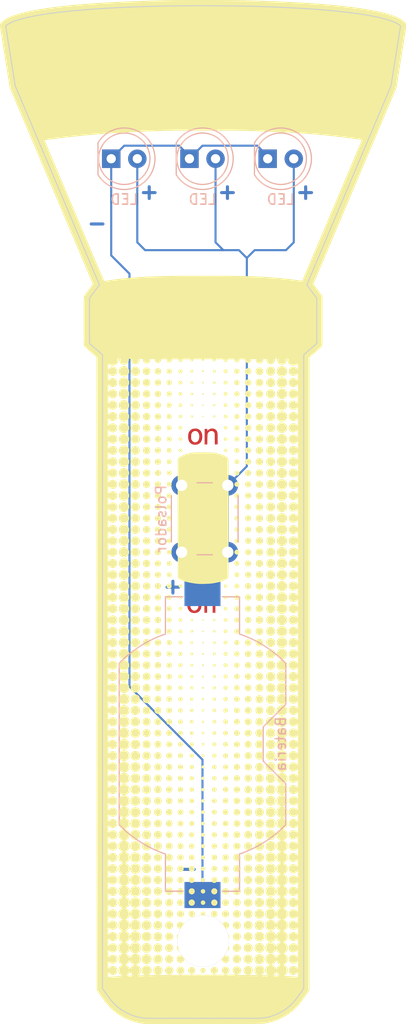
<source format=kicad_pcb>
(kicad_pcb (version 20221018) (generator pcbnew)
  (layers (0 "F.Cu" signal) (31 "B.Cu" signal) (34 "B.Paste" user) (35 "F.Paste" user) (36 "B.SilkS" user "B.Silkscreen") (37 "F.SilkS" user "F.Silkscreen") (38 "B.Mask" user) (39 "F.Mask" user) (44 "Edge.Cuts" user))
  (net 0 "")
  (footprint "Wire_Pads:SolderWirePad_single_0-8mmDrill" (layer "F.Cu") (at -4.257252 41.763008)
    (fp_text reference "" (at 0 0) (layer "F.SilkS") (effects (font (size 1.27 1.27))))
    (fp_text value "" (at 0 0) (layer "F.SilkS") (effects (font (size 1.27 1.27))))
    (pad "1" thru_hole circle (at 0 0) (size 5 5) (drill 5) (layers "*.Cu" "*.Mask"))
  )
  (footprint "LOGO" (layer "F.Cu") (at 0.000524 0)
    (fp_text reference "G***" hide)
    (fp_text value "LOGO" hide)
  )
  (footprint "LOGO" (layer "F.Cu") (at 0 0)
    (fp_text reference "G***" hide)
    (fp_text value "LOGO" hide)
    (fp_poly (pts (xy -3.284927 -8.056608) (xy -3.148445 -8.018986) (xy -3.033762 -7.947529) (xy -2.944406 -7.844232) (xy -2.897933 -7.75178) (xy -2.883589 -7.712327) (xy -2.872468 -7.673219) (xy -2.864134 -7.628506) (xy -2.858154 -7.572241) (xy -2.854094 -7.498476) (xy -2.851522 -7.401264) (xy -2.850003 -7.274656) (xy -2.849104 -7.112705) (xy -2.848978 -7.08025) (xy -2.846916 -6.529916) (xy -2.9779 -6.523649) (xy -3.108884 -6.517381) (xy -3.115483 -7.063399) (xy -3.117725 -7.231177) (xy -3.120198 -7.362126) (xy -3.123342 -7.461746) (xy -3.127599 -7.535541) (xy -3.133409 -7.589012) (xy -3.141213 -7.627662) (xy -3.15145 -7.656994) (xy -3.164563 -7.68251) (xy -3.165137 -7.6835) (xy -3.234001 -7.762532) (xy -3.326833 -7.812256) (xy -3.434967 -7.830331) (xy -3.549738 -7.814414) (xy -3.592947 -7.799109) (xy -3.679962 -7.753047) (xy -3.743918 -7.692059) (xy -3.79596 -7.609416) (xy -3.810317 -7.579623) (xy -3.82142 -7.547165) (xy -3.829801 -7.506118) (xy -3.835989 -7.450554) (xy -3.840515 -7.374546) (xy -3.843912 -7.272169) (xy -3.846708 -7.137494) (xy -3.848575 -7.022041) (xy -3.856236 -6.519333) (xy -4.106333 -6.519333) (xy -4.106333 -8.022166) (xy -3.852333 -8.022166) (xy -3.852333 -7.823075) (xy -3.772958 -7.899122) (xy -3.664924 -7.985237) (xy -3.552104 -8.036689) (xy -3.439679 -8.058397) (xy -3.284927 -8.056608)) (stroke (width 0.01)) (fill solid) (layer "F.Cu"))
    (fp_poly (pts (xy -3.407833 7.979834) (xy -3.561291 7.980123) (xy -3.644777 7.982028) (xy -3.717083 7.986751) (xy -3.762767 7.993276) (xy -3.763223 7.993396) (xy -3.816082 8.028454) (xy -3.85339 8.097138) (xy -3.871991 8.192596) (xy -3.8735 8.232782) (xy -3.8735 8.339667) (xy -3.323166 8.339667) (xy -3.323048 8.228542) (xy -3.310239 8.083378) (xy -3.270932 7.966714) (xy -3.217445 7.887945) (xy -3.163895 7.838803) (xy -3.097437 7.803029) (xy -3.010055 7.778045) (xy -2.89373 7.761277) (xy -2.799291 7.753595) (xy -2.6035 7.74078) (xy -2.6035 7.979834) (xy -2.761254 7.979834) (xy -2.846703 7.983091) (xy -2.921948 7.991652) (xy -2.971335 8.003702) (xy -2.972856 8.004368) (xy -3.020939 8.048492) (xy -3.053601 8.126457) (xy -3.068417 8.231816) (xy -3.069048 8.260292) (xy -3.069166 8.339667) (xy -2.667 8.339667) (xy -2.667 8.551334) (xy -3.069166 8.551334) (xy -3.069166 9.8425) (xy -3.323166 9.8425) (xy -3.323166 8.551334) (xy -3.8735 8.551334) (xy -3.8735 9.8425) (xy -4.1275 9.8425) (xy -4.1275 8.551334) (xy -4.360333 8.551334) (xy -4.360333 8.339667) (xy -4.1275 8.339667) (xy -4.127382 8.217959) (xy -4.119072 8.088158) (xy -4.092368 7.988393) (xy -4.044181 7.90923) (xy -4.016582 7.879651) (xy -3.961606 7.832871) (xy -3.903597 7.799928) (xy -3.832697 7.77772) (xy -3.739048 7.763143) (xy -3.615086 7.753232) (xy -3.407833 7.740605) (xy -3.407833 7.979834)) (stroke (width 0.01)) (fill solid) (layer "F.Cu"))
    (fp_poly (pts (xy -4.928 -8.052077) (xy -4.855996 -8.04494) (xy -4.795896 -8.029442) (xy -4.732524 -8.002696) (xy -4.71542 -7.994418) (xy -4.58076 -7.906149) (xy -4.476137 -7.788274) (xy -4.401465 -7.640643) (xy -4.356659 -7.463108) (xy -4.344745 -7.35314) (xy -4.347248 -7.155325) (xy -4.380361 -6.974369) (xy -4.442632 -6.816591) (xy -4.483702 -6.749147) (xy -4.583506 -6.641799) (xy -4.711062 -6.560573) (xy -4.858822 -6.508222) (xy -5.019237 -6.487502) (xy -5.17035 -6.498545) (xy -5.330011 -6.544812) (xy -5.462884 -6.623288) (xy -5.568222 -6.732807) (xy -5.645281 -6.872203) (xy -5.693317 -7.040313) (xy -5.711585 -7.235969) (xy -5.710875 -7.27075) (xy -5.42925 -7.27075) (xy -5.428103 -7.162296) (xy -5.423595 -7.085294) (xy -5.414119 -7.028901) (xy -5.398071 -6.982271) (xy -5.381607 -6.948766) (xy -5.301384 -6.833229) (xy -5.205898 -6.755338) (xy -5.098137 -6.716267) (xy -4.981089 -6.717189) (xy -4.876459 -6.750327) (xy -4.779098 -6.815242) (xy -4.704705 -6.912317) (xy -4.651354 -7.044212) (xy -4.644091 -7.070863) (xy -4.618603 -7.232064) (xy -4.623501 -7.38859) (xy -4.657066 -7.532597) (xy -4.717578 -7.656238) (xy -4.791108 -7.741402) (xy -4.865031 -7.79646) (xy -4.937916 -7.82458) (xy -5.026062 -7.830581) (xy -5.080255 -7.826859) (xy -5.196793 -7.795887) (xy -5.293731 -7.727558) (xy -5.370358 -7.6224) (xy -5.379458 -7.6047) (xy -5.402246 -7.552903) (xy -5.416911 -7.501256) (xy -5.425155 -7.438349) (xy -5.42868 -7.35277) (xy -5.42925 -7.27075) (xy -5.710875 -7.27075) (xy -5.709418 -7.342037) (xy -5.693719 -7.501412) (xy -5.663456 -7.630145) (xy -5.61504 -7.738477) (xy -5.544886 -7.836651) (xy -5.530414 -7.853207) (xy -5.431464 -7.945197) (xy -5.322724 -8.006857) (xy -5.195099 -8.04181) (xy -5.03949 -8.053682) (xy -5.027083 -8.053742) (xy -4.928 -8.052077)) (stroke (width 0.01)) (fill solid) (layer "F.Cu"))
    (fp_poly (pts (xy -4.955726 8.317003) (xy -4.839443 8.34269) (xy -4.741195 8.390557) (xy -4.649859 8.465184) (xy -4.603387 8.513874) (xy -4.523409 8.621386) (xy -4.468575 8.741442) (xy -4.436832 8.881416) (xy -4.426128 9.048685) (xy -4.427994 9.144124) (xy -4.433647 9.251866) (xy -4.442021 9.330463) (xy -4.455901 9.393106) (xy -4.478071 9.452985) (xy -4.505606 9.511747) (xy -4.561315 9.607054) (xy -4.625729 9.690167) (xy -4.660534 9.724483) (xy -4.781895 9.802049) (xy -4.927703 9.851701) (xy -5.088834 9.871312) (xy -5.244741 9.860677) (xy -5.399292 9.816085) (xy -5.53121 9.737543) (xy -5.638677 9.627963) (xy -5.719875 9.490258) (xy -5.772985 9.32734) (xy -5.795187 9.150114) (xy -5.518717 9.150114) (xy -5.494742 9.29097) (xy -5.444849 9.429183) (xy -5.374249 9.532114) (xy -5.281015 9.602424) (xy -5.262374 9.611506) (xy -5.165708 9.644684) (xy -5.075442 9.64798) (xy -4.996787 9.63125) (xy -4.90529 9.585109) (xy -4.819988 9.504547) (xy -4.75527 9.408584) (xy -4.734304 9.363593) (xy -4.720795 9.314945) (xy -4.713212 9.252) (xy -4.710024 9.164116) (xy -4.709583 9.091084) (xy -4.710764 8.982127) (xy -4.715439 8.904055) (xy -4.725312 8.845455) (xy -4.742083 8.794917) (xy -4.759375 8.757133) (xy -4.83309 8.646842) (xy -4.927217 8.573305) (xy -5.041043 8.537051) (xy -5.058578 8.534975) (xy -5.160282 8.531823) (xy -5.238671 8.548411) (xy -5.310044 8.589556) (xy -5.347725 8.620431) (xy -5.43036 8.719874) (xy -5.48755 8.846532) (xy -5.517576 8.992561) (xy -5.518717 9.150114) (xy -5.795187 9.150114) (xy -5.796189 9.142122) (xy -5.79232 8.983601) (xy -5.759952 8.793112) (xy -5.697598 8.632398) (xy -5.605302 8.501537) (xy -5.48311 8.400605) (xy -5.423413 8.367415) (xy -5.359947 8.338619) (xy -5.303629 8.320984) (xy -5.24035 8.311948) (xy -5.155999 8.30895) (xy -5.101166 8.308916) (xy -4.955726 8.317003)) (stroke (width 0.01)) (fill solid) (layer "F.Cu"))
  )
  (footprint "LOGO" (layer "F.Cu") (at 0 0)
    (fp_text reference "G***" hide)
    (fp_text value "LOGO" hide)
  )
  (footprint "Battery:BatteryHolder_Keystone_1058_1x2032" (layer "B.Cu") (at -4.318 22.606 -90)
    (fp_text reference "Bateria" (at 0 -7.62 -270) (layer "B.SilkS") (effects (justify mirror)))
    (fp_text value "BatteryHolder_Keystone_1058_1x2032")
    (pad "1" smd rect (at -14.68 0 270) (size 2.54 3.51) (layers "B.Cu" "B.Paste" "B.Mask"))
    (pad "2" smd rect (at 14.68 0 270) (size 2.54 3.51) (layers "B.Cu" "B.Paste" "B.Mask"))
  )
  (footprint "Button_Switch_THT:SW_PUSH_6mm" (layer "B.Cu") (at -6.35 -2.54 -90)
    (fp_text reference "Polsador" (at 3.25 2 270) (layer "B.SilkS") (effects (justify mirror)))
    (fp_text value "SW_PUSH_6mm")
    (pad "1" thru_hole circle (at 0 0 180) (size 2 2) (drill 1.1) (layers "*.Cu" "*.Mask"))
    (pad "1" thru_hole circle (at 6.5 0 180) (size 2 2) (drill 1.1) (layers "*.Cu" "*.Mask"))
    (pad "2" thru_hole circle (at 0 -4.5 180) (size 2 2) (drill 1.1) (layers "*.Cu" "*.Mask"))
    (pad "2" thru_hole circle (at 6.5 -4.5 180) (size 2 2) (drill 1.1) (layers "*.Cu" "*.Mask"))
  )
  (footprint "LED_THT:LED_D5.0mm" (layer "B.Cu") (at -5.588 -34.29)
    (fp_text reference "LED" (at 1.27 3.96) (layer "B.SilkS") (effects (justify mirror)))
    (fp_text value "LED_D5.0mm")
    (pad "1" thru_hole rect (at 0 0) (size 1.8 1.8) (drill 0.9) (layers "*.Cu" "*.Mask"))
    (pad "2" thru_hole circle (at 2.54 0) (size 1.8 1.8) (drill 0.9) (layers "*.Cu" "*.Mask"))
  )
  (footprint "LED_THT:LED_D5.0mm" (layer "B.Cu") (at 2.032 -34.29)
    (fp_text reference "LED" (at 1.27 3.96) (layer "B.SilkS") (effects (justify mirror)))
    (fp_text value "LED_D5.0mm")
    (pad "1" thru_hole rect (at 0 0) (size 1.8 1.8) (drill 0.9) (layers "*.Cu" "*.Mask"))
    (pad "2" thru_hole circle (at 2.54 0) (size 1.8 1.8) (drill 0.9) (layers "*.Cu" "*.Mask"))
  )
  (footprint "LED_THT:LED_D5.0mm" (layer "B.Cu") (at -13.208 -34.29)
    (fp_text reference "LED" (at 1.27 3.96) (layer "B.SilkS") (effects (justify mirror)))
    (fp_text value "LED_D5.0mm")
    (pad "1" thru_hole rect (at 0 0) (size 1.8 1.8) (drill 0.9) (layers "*.Cu" "*.Mask"))
    (pad "2" thru_hole circle (at 2.54 0) (size 1.8 1.8) (drill 0.9) (layers "*.Cu" "*.Mask"))
  )
  (gr_line (start 10.822 -48.39086) (end 9.685 -48.53775) (stroke (width 0.1)) (layer "Edge.Cuts"))
  (gr_line (start -19.3365 -48.39086) (end -20.3604 -48.22894) (stroke (width 0.1)) (layer "Edge.Cuts"))
  (gr_line (start 2.4025 49.0628) (end 2.6689 48.9727) (stroke (width 0.1)) (layer "Edge.Cuts"))
  (gr_line (start -22.9316 -47.54499) (end -23.1564 -47.43253) (stroke (width 0.1)) (layer "Edge.Cuts"))
  (gr_line (start 3.6664 48.4631) (end 3.8955 48.3) (stroke (width 0.1)) (layer "Edge.Cuts"))
  (gr_line (start -10.917 49.0628) (end -10.6452 49.1373) (stroke (width 0.1)) (layer "Edge.Cuts"))
  (gr_line (start -15.6193 -48.78611) (end -16.9576 -48.66954) (stroke (width 0.1)) (layer "Edge.Cuts"))
  (gr_line (start -20.3604 -48.22894) (end -21.2628 -48.05206) (stroke (width 0.1)) (layer "Edge.Cuts"))
  (gr_line (start -18.1995 -48.53775) (end -19.3365 -48.39086) (stroke (width 0.1)) (layer "Edge.Cuts"))
  (gr_line (start 7.1047 -48.78611) (end 5.6785 -48.88741) (stroke (width 0.1)) (layer "Edge.Cuts"))
  (gr_line (start -22.6691 -47.65377) (end -22.9316 -47.54499) (stroke (width 0.1)) (layer "Edge.Cuts"))
  (gr_line (start 5.8405 -22.0226) (end 14.0416 -41.36829) (stroke (width 0.1)) (layer "Edge.Cuts"))
  (gr_line (start 14.6419 -47.43253) (end 14.4171 -47.54499) (stroke (width 0.1)) (layer "Edge.Cuts"))
  (gr_line (start 8.443 -48.66954) (end 7.1047 -48.78611) (stroke (width 0.1)) (layer "Edge.Cuts"))
  (gr_line (start 14.974 -47.19667) (end 14.8279 -47.31642) (stroke (width 0.1)) (layer "Edge.Cuts"))
  (gr_line (start -14.0593 46.3758) (end -13.4004 47.2872) (stroke (width 0.1)) (layer "Edge.Cuts"))
  (gr_line (start -22.556 -41.36829) (end -14.3551 -22.0226) (stroke (width 0.1)) (layer "Edge.Cuts"))
  (gr_line (start 4.5233 47.7304) (end 4.7106 47.5149) (stroke (width 0.1)) (layer "Edge.Cuts"))
  (gr_line (start -12.687 -48.97335) (end -14.193 -48.88741) (stroke (width 0.1)) (layer "Edge.Cuts"))
  (gr_line (start 2.6689 48.9727) (end 3.1826 48.7471) (stroke (width 0.1)) (layer "Edge.Cuts"))
  (gr_line (start -13.0378 47.7304) (end -12.8391 47.9333) (stroke (width 0.1)) (layer "Edge.Cuts"))
  (gr_line (start 9.685 -48.53775) (end 8.443 -48.66954) (stroke (width 0.1)) (layer "Edge.Cuts"))
  (gr_line (start -4.2572 -49.169789) (end -7.7756 -49.138189) (stroke (width 0.1)) (layer "Edge.Cuts"))
  (gr_line (start 2.5954 -49.043851) (end 0.9554 -49.098829) (stroke (width 0.1)) (layer "Edge.Cuts"))
  (gr_line (start -16.9576 -48.66954) (end -18.1995 -48.53775) (stroke (width 0.1)) (layer "Edge.Cuts"))
  (gr_line (start 4.1151 48.1232) (end 4.3246 47.9333) (stroke (width 0.1)) (layer "Edge.Cuts"))
  (gr_line (start -12.41 48.3) (end -12.1809 48.4631) (stroke (width 0.1)) (layer "Edge.Cuts"))
  (gr_line (start 6.814 -16.335) (end 6.814 -20.7337) (stroke (width 0.1)) (layer "Edge.Cuts"))
  (gr_line (start 5.5447 -15.239) (end 6.814 -16.335) (stroke (width 0.1)) (layer "Edge.Cuts"))
  (gr_line (start 5.6785 -48.88741) (end 4.1726 -48.97335) (stroke (width 0.1)) (layer "Edge.Cuts"))
  (gr_line (start -11.1099 -49.043851) (end -12.687 -48.97335) (stroke (width 0.1)) (layer "Edge.Cuts"))
  (gr_line (start -10.3685 49.1958) (end -10.0876 49.238) (stroke (width 0.1)) (layer "Edge.Cuts"))
  (gr_line (start -14.193 -48.88741) (end -15.6193 -48.78611) (stroke (width 0.1)) (layer "Edge.Cuts"))
  (gr_line (start 1.0015 49.2721) (end 1.0015 49.2721) (stroke (width 0.1)) (layer "Edge.Cuts"))
  (gr_line (start 5.5447 46.3757) (end 5.5447 -15.239) (stroke (width 0.1)) (layer "Edge.Cuts"))
  (gr_line (start 14.4171 -47.54499) (end 14.1547 -47.65377) (stroke (width 0.1)) (layer "Edge.Cuts"))
  (gr_line (start -13.2252 47.5149) (end -13.0378 47.7304) (stroke (width 0.1)) (layer "Edge.Cuts"))
  (gr_line (start 14.8279 -47.31642) (end 14.6419 -47.43253) (stroke (width 0.1)) (layer "Edge.Cuts"))
  (gr_line (start -13.4004 47.2872) (end -13.2252 47.5149) (stroke (width 0.1)) (layer "Edge.Cuts"))
  (gr_line (start -15.3286 -20.7337) (end -15.3286 -16.335) (stroke (width 0.1)) (layer "Edge.Cuts"))
  (gr_line (start 4.3246 47.9333) (end 4.5233 47.7304) (stroke (width 0.1)) (layer "Edge.Cuts"))
  (gr_line (start -11.1835 48.9728) (end -10.917 49.0628) (stroke (width 0.1)) (layer "Edge.Cuts"))
  (gr_line (start 6.814 -20.7337) (end 5.8405 -22.0226) (stroke (width 0.1)) (layer "Edge.Cuts"))
  (gr_line (start 4.8859 47.2871) (end 5.5447 46.3757) (stroke (width 0.1)) (layer "Edge.Cuts"))
  (gr_line (start -23.1564 -47.43253) (end -23.3424 -47.31642) (stroke (width 0.1)) (layer "Edge.Cuts"))
  (gr_line (start -0.7388 -49.138189) (end -4.2572 -49.169789) (stroke (width 0.1)) (layer "Edge.Cuts"))
  (gr_line (start 11.846 -48.22894) (end 10.822 -48.39086) (stroke (width 0.1)) (layer "Edge.Cuts"))
  (gr_line (start -15.3286 -16.335) (end -14.0593 -15.239) (stroke (width 0.1)) (layer "Edge.Cuts"))
  (gr_line (start -23.4884 -47.19667) (end -22.556 -41.36829) (stroke (width 0.1)) (layer "Edge.Cuts"))
  (gr_line (start -23.3424 -47.31642) (end -23.4884 -47.19667) (stroke (width 0.1)) (layer "Edge.Cuts"))
  (gr_line (start -9.47 -49.098829) (end -11.1099 -49.043851) (stroke (width 0.1)) (layer "Edge.Cuts"))
  (gr_line (start 1.573 49.238) (end 1.854 49.1958) (stroke (width 0.1)) (layer "Edge.Cuts"))
  (gr_line (start 0.9554 -49.098829) (end -0.7388 -49.138189) (stroke (width 0.1)) (layer "Edge.Cuts"))
  (gr_line (start -10.6452 49.1373) (end -10.3685 49.1958) (stroke (width 0.1)) (layer "Edge.Cuts"))
  (gr_line (start -10.0876 49.238) (end -9.8032 49.2635) (stroke (width 0.1)) (layer "Edge.Cuts"))
  (gr_line (start -22.0352 -47.86031) (end -22.6691 -47.65377) (stroke (width 0.1)) (layer "Edge.Cuts"))
  (gr_line (start -12.6296 48.1233) (end -12.41 48.3) (stroke (width 0.1)) (layer "Edge.Cuts"))
  (gr_line (start -9.8032 49.2635) (end -9.516 49.2721) (stroke (width 0.1)) (layer "Edge.Cuts"))
  (gr_line (start -4.2572 49.2721) (end 1.0015 49.2721) (stroke (width 0.1)) (layer "Edge.Cuts"))
  (gr_line (start 12.7483 -48.05206) (end 11.846 -48.22894) (stroke (width 0.1)) (layer "Edge.Cuts"))
  (gr_line (start -14.3551 -22.0226) (end -15.3286 -20.7337) (stroke (width 0.1)) (layer "Edge.Cuts"))
  (gr_line (start 13.5207 -47.86031) (end 12.7483 -48.05206) (stroke (width 0.1)) (layer "Edge.Cuts"))
  (gr_line (start 3.1826 48.7471) (end 3.6664 48.4631) (stroke (width 0.1)) (layer "Edge.Cuts"))
  (gr_line (start -21.2628 -48.05206) (end -22.0352 -47.86031) (stroke (width 0.1)) (layer "Edge.Cuts"))
  (gr_line (start 1.0015 49.2721) (end 1.2887 49.2635) (stroke (width 0.1)) (layer "Edge.Cuts"))
  (gr_line (start 14.1547 -47.65377) (end 13.5207 -47.86031) (stroke (width 0.1)) (layer "Edge.Cuts"))
  (gr_line (start -9.516 49.2721) (end -4.2572 49.2721) (stroke (width 0.1)) (layer "Edge.Cuts"))
  (gr_line (start 1.2887 49.2635) (end 1.573 49.238) (stroke (width 0.1)) (layer "Edge.Cuts"))
  (gr_line (start -12.8391 47.9333) (end -12.6296 48.1233) (stroke (width 0.1)) (layer "Edge.Cuts"))
  (gr_line (start -12.1809 48.4631) (end -11.6971 48.7471) (stroke (width 0.1)) (layer "Edge.Cuts"))
  (gr_line (start 4.7106 47.5149) (end 4.8859 47.2871) (stroke (width 0.1)) (layer "Edge.Cuts"))
  (gr_line (start -11.6971 48.7471) (end -11.1835 48.9728) (stroke (width 0.1)) (layer "Edge.Cuts"))
  (gr_line (start 14.0416 -41.36829) (end 14.974 -47.19667) (stroke (width 0.1)) (layer "Edge.Cuts"))
  (gr_line (start 2.1306 49.1373) (end 2.4025 49.0628) (stroke (width 0.1)) (layer "Edge.Cuts"))
  (gr_line (start 4.1726 -48.97335) (end 2.5954 -49.043851) (stroke (width 0.1)) (layer "Edge.Cuts"))
  (gr_line (start 3.8955 48.3) (end 4.1151 48.1232) (stroke (width 0.1)) (layer "Edge.Cuts"))
  (gr_line (start -14.0593 -15.239) (end -14.0593 46.3758) (stroke (width 0.1)) (layer "Edge.Cuts"))
  (gr_line (start 1.854 49.1958) (end 2.1306 49.1373) (stroke (width 0.1)) (layer "Edge.Cuts"))
  (gr_line (start -7.7756 -49.138189) (end -9.47 -49.098829) (stroke (width 0.1)) (layer "Edge.Cuts"))
  (gr_text "+" (at -6.073 8.128) (layer "B.Cu") (effects (font (size 1.5 1.5) (thickness 0.3) bold) (justify left bottom mirror)))
  (gr_text "+" (at -0.762 -30.226) (layer "B.Cu") (effects (font (size 1.5 1.5) (thickness 0.3) bold) (justify left bottom mirror)))
  (gr_text "+" (at 6.858 -30.226) (layer "B.Cu") (effects (font (size 1.5 1.5) (thickness 0.3) bold) (justify left bottom mirror)))
  (gr_text "-" (at -4.572 35.56) (layer "B.Cu") (effects (font (size 1.5 1.5) (thickness 0.3) bold) (justify left bottom mirror)))
  (gr_text "+" (at -8.382 -30.226) (layer "B.Cu") (effects (font (size 1.5 1.5) (thickness 0.3) bold) (justify left bottom mirror)))
  (gr_text "-" (at -13.462 -27.178) (layer "B.Cu") (effects (font (size 1.5 1.5) (thickness 0.3) bold) (justify left bottom mirror)))
  (segment (start -4.318 -35.56) (end 1.016 -35.56) (width 0.2) (layer "B.Cu") (net 0))
  (segment (start -11.43 -23.114) (end -11.43 17.018) (width 0.2) (layer "B.Cu") (net 0))
  (segment (start -3.048 -26.162) (end -2.286 -25.4) (width 0.2) (layer "B.Cu") (net 0))
  (segment (start 4.572 -26.162) (end 4.572 -34.29) (width 0.2) (layer "B.Cu") (net 0))
  (segment (start -5.588 -34.544) (end -5.588 -34.29) (width 0.2) (layer "B.Cu") (net 0))
  (segment (start -6.604 -35.56) (end -5.588 -34.544) (width 0.2) (layer "B.Cu") (net 0))
  (segment (start 0 -24.638) (end 0.762 -25.4) (width 0.2) (layer "B.Cu") (net 0))
  (segment (start -0.762 -25.4) (end -2.286 -25.4) (width 0.2) (layer "B.Cu") (net 0))
  (segment (start -13.208 -24.892) (end -11.43 -23.114) (width 0.2) (layer "B.Cu") (net 0))
  (segment (start 2.032 -34.544) (end 2.032 -34.29) (width 0.2) (layer "B.Cu") (net 0))
  (segment (start -13.208 -34.29) (end -11.938 -35.56) (width 0.2) (layer "B.Cu") (net 0))
  (segment (start -4.318 7.926) (end -4.318 5.992) (width 0.2) (layer "B.Cu") (net 0))
  (segment (start -1.85 -2.54) (end 0 -4.39) (width 0.2) (layer "B.Cu") (net 0))
  (segment (start 1.016 -35.56) (end 2.032 -34.544) (width 0.2) (layer "B.Cu") (net 0))
  (segment (start -10.668 -26.162) (end -9.906 -25.4) (width 0.2) (layer "B.Cu") (net 0))
  (segment (start 0 -24.638) (end -0.762 -25.4) (width 0.2) (layer "B.Cu") (net 0))
  (segment (start -2.286 -25.4) (end -9.906 -25.4) (width 0.2) (layer "B.Cu") (net 0))
  (segment (start -1.85 -2.54) (end -1.85 3.96) (width 0.2) (layer "B.Cu") (net 0))
  (segment (start -3.048 -34.29) (end -3.048 -26.162) (width 0.2) (layer "B.Cu") (net 0))
  (segment (start -11.938 -35.56) (end -6.604 -35.56) (width 0.2) (layer "B.Cu") (net 0))
  (segment (start 0.762 -25.4) (end 3.81 -25.4) (width 0.2) (layer "B.Cu") (net 0))
  (segment (start -5.588 -34.29) (end -4.318 -35.56) (width 0.2) (layer "B.Cu") (net 0))
  (segment (start -13.208 -34.29) (end -13.208 -24.892) (width 0.2) (layer "B.Cu") (net 0))
  (segment (start -4.318 5.992) (end -6.35 3.96) (width 0.2) (layer "B.Cu") (net 0))
  (segment (start -6.35 3.96) (end -6.35 -2.54) (width 0.2) (layer "B.Cu") (net 0))
  (segment (start -11.43 17.018) (end -4.318 24.13) (width 0.2) (layer "B.Cu") (net 0))
  (segment (start -4.318 24.13) (end -4.318 37.286) (width 0.2) (layer "B.Cu") (net 0))
  (segment (start 3.81 -25.4) (end 4.572 -26.162) (width 0.2) (layer "B.Cu") (net 0))
  (segment (start 0 -4.39) (end 0 -24.638) (width 0.2) (layer "B.Cu") (net 0))
  (segment (start -10.668 -34.29) (end -10.668 -26.162) (width 0.2) (layer "B.Cu") (net 0))
)
</source>
